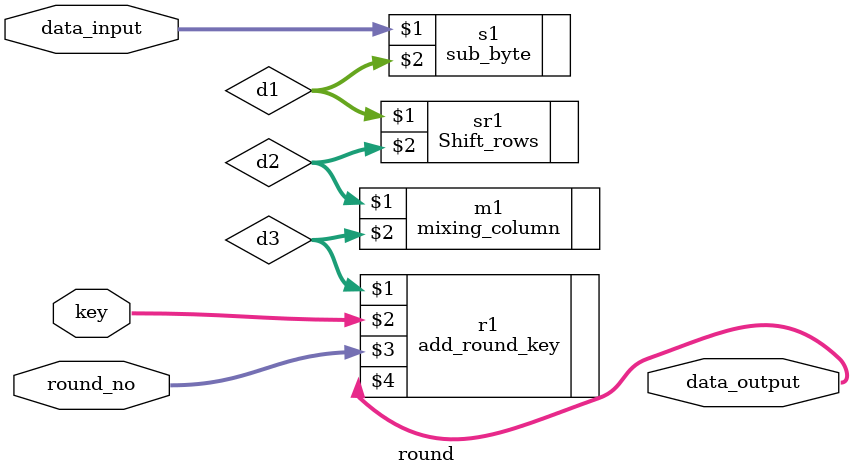
<source format=v>
module round(
    input [127:0] data_input,key,
    input [3:0]round_no,
    output [127:0] data_output
    );
    wire [127:0]d1,d2,d3;
    
    
    
    sub_byte      s1(data_input,d1);
    Shift_rows   sr1(d1,d2);
    mixing_column m1(d2,d3);
    add_round_key r1(d3,key,round_no,data_output);
endmodule

</source>
